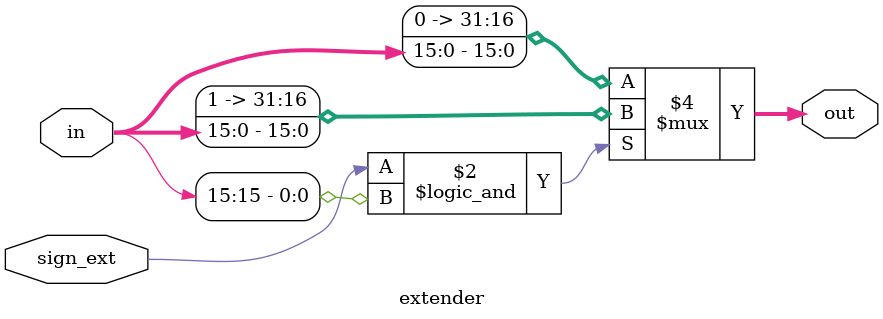
<source format=v>
module extender (

    input [15:0] in,
    input sign_ext,
    output reg [31:0] out
  );

  always @*
  begin
    if (sign_ext && in[15])
      out = {16'hFFFF, in};
    else
      out = {16'b0, in};
  end

endmodule

</source>
